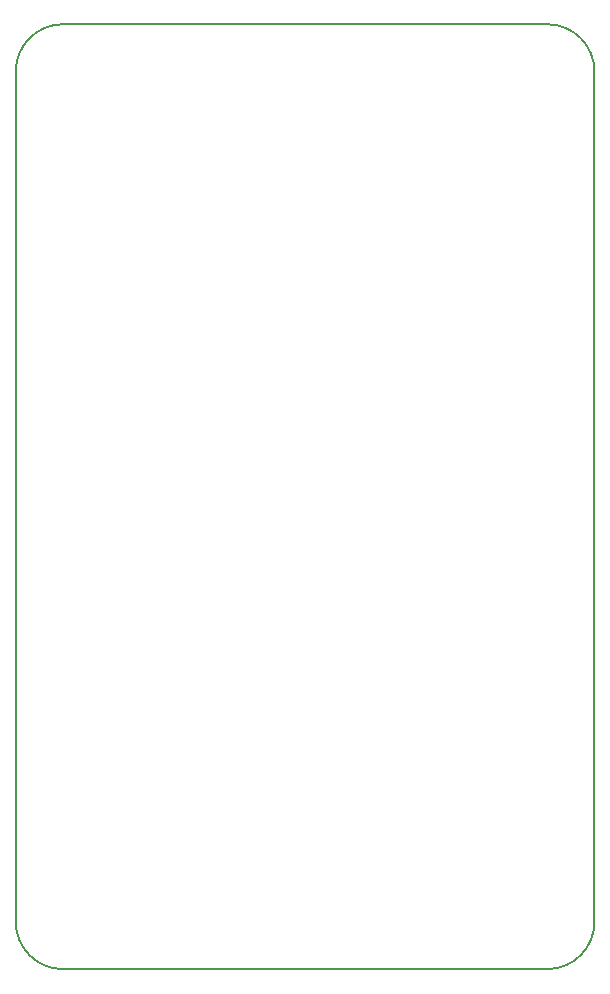
<source format=gko>
G04 start of page 4 for group 2 idx 2 *
G04 Title: (unknown), outline *
G04 Creator: pcb 20110918 *
G04 CreationDate: So 13 Jul 2014 20:19:28 GMT UTC *
G04 For: ffg *
G04 Format: Gerber/RS-274X *
G04 PCB-Dimensions: 196850 334646 *
G04 PCB-Coordinate-Origin: lower left *
%MOIN*%
%FSLAX25Y25*%
%LNOUTLINE*%
%ADD284C,0.0080*%
G54D284*X16959Y18477D02*X178377D01*
X194125Y317689D02*Y34225D01*
X16959Y333437D02*X178377D01*
X1211Y317689D02*Y34225D01*
X178377Y18477D02*G75*G03X194125Y34225I0J15748D01*G01*
X178377Y333437D02*G75*G02X194125Y317689I0J-15748D01*G01*
X1211Y317689D02*G75*G02X16959Y333437I15748J0D01*G01*
Y18477D02*G75*G02X1211Y34225I0J15748D01*G01*
M02*

</source>
